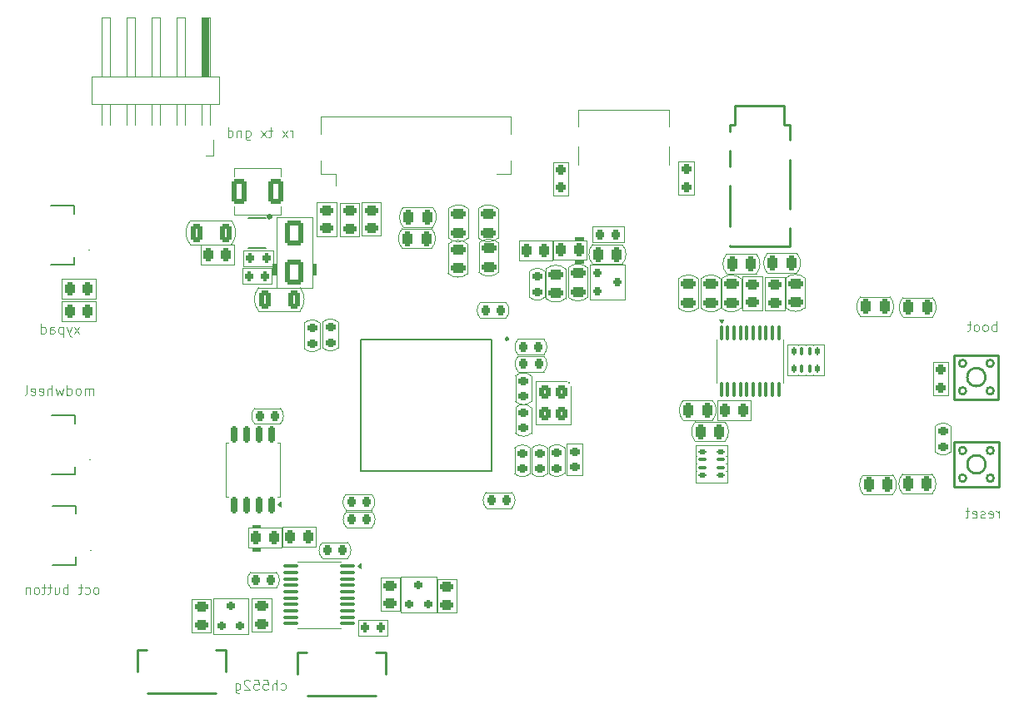
<source format=gbr>
%TF.GenerationSoftware,KiCad,Pcbnew,9.0.0*%
%TF.CreationDate,2025-04-11T20:43:28+08:00*%
%TF.ProjectId,wgr,7767722e-6b69-4636-9164-5f7063625858,rev?*%
%TF.SameCoordinates,Original*%
%TF.FileFunction,Legend,Bot*%
%TF.FilePolarity,Positive*%
%FSLAX46Y46*%
G04 Gerber Fmt 4.6, Leading zero omitted, Abs format (unit mm)*
G04 Created by KiCad (PCBNEW 9.0.0) date 2025-04-11 20:43:28*
%MOMM*%
%LPD*%
G01*
G04 APERTURE LIST*
G04 Aperture macros list*
%AMRoundRect*
0 Rectangle with rounded corners*
0 $1 Rounding radius*
0 $2 $3 $4 $5 $6 $7 $8 $9 X,Y pos of 4 corners*
0 Add a 4 corners polygon primitive as box body*
4,1,4,$2,$3,$4,$5,$6,$7,$8,$9,$2,$3,0*
0 Add four circle primitives for the rounded corners*
1,1,$1+$1,$2,$3*
1,1,$1+$1,$4,$5*
1,1,$1+$1,$6,$7*
1,1,$1+$1,$8,$9*
0 Add four rect primitives between the rounded corners*
20,1,$1+$1,$2,$3,$4,$5,0*
20,1,$1+$1,$4,$5,$6,$7,0*
20,1,$1+$1,$6,$7,$8,$9,0*
20,1,$1+$1,$8,$9,$2,$3,0*%
G04 Aperture macros list end*
%ADD10C,0.100000*%
%ADD11C,0.120000*%
%ADD12C,0.254000*%
%ADD13C,0.200000*%
%ADD14C,0.250000*%
%ADD15C,0.152500*%
%ADD16C,0.300000*%
%ADD17R,0.760000X6.000000*%
%ADD18RoundRect,0.250000X-0.262500X-0.450000X0.262500X-0.450000X0.262500X0.450000X-0.262500X0.450000X0*%
%ADD19RoundRect,0.225000X0.225000X0.250000X-0.225000X0.250000X-0.225000X-0.250000X0.225000X-0.250000X0*%
%ADD20RoundRect,0.225000X-0.225000X-0.250000X0.225000X-0.250000X0.225000X0.250000X-0.225000X0.250000X0*%
%ADD21RoundRect,0.100000X0.637500X0.100000X-0.637500X0.100000X-0.637500X-0.100000X0.637500X-0.100000X0*%
%ADD22RoundRect,0.250000X0.450000X-0.262500X0.450000X0.262500X-0.450000X0.262500X-0.450000X-0.262500X0*%
%ADD23RoundRect,0.200000X-0.200000X-0.275000X0.200000X-0.275000X0.200000X0.275000X-0.200000X0.275000X0*%
%ADD24RoundRect,0.200000X0.200000X-0.250000X0.200000X0.250000X-0.200000X0.250000X-0.200000X-0.250000X0*%
%ADD25RoundRect,0.243750X-0.243750X-0.456250X0.243750X-0.456250X0.243750X0.456250X-0.243750X0.456250X0*%
%ADD26RoundRect,0.243750X0.243750X0.456250X-0.243750X0.456250X-0.243750X-0.456250X0.243750X-0.456250X0*%
%ADD27R,0.600000X1.550000*%
%ADD28R,1.200000X1.800000*%
%ADD29C,3.200000*%
%ADD30O,2.300000X4.000000*%
%ADD31C,1.800000*%
%ADD32R,1.550000X0.600000*%
%ADD33R,1.800000X1.200000*%
%ADD34RoundRect,0.225000X-0.250000X0.225000X-0.250000X-0.225000X0.250000X-0.225000X0.250000X0.225000X0*%
%ADD35RoundRect,0.237500X-0.237500X0.250000X-0.237500X-0.250000X0.237500X-0.250000X0.237500X0.250000X0*%
%ADD36RoundRect,0.225000X0.250000X-0.225000X0.250000X0.225000X-0.250000X0.225000X-0.250000X-0.225000X0*%
%ADD37RoundRect,0.250000X-0.250000X-0.475000X0.250000X-0.475000X0.250000X0.475000X-0.250000X0.475000X0*%
%ADD38RoundRect,0.250000X0.250000X0.475000X-0.250000X0.475000X-0.250000X-0.475000X0.250000X-0.475000X0*%
%ADD39RoundRect,0.250000X-0.475000X0.250000X-0.475000X-0.250000X0.475000X-0.250000X0.475000X0.250000X0*%
%ADD40RoundRect,0.250000X-0.450000X0.262500X-0.450000X-0.262500X0.450000X-0.262500X0.450000X0.262500X0*%
%ADD41RoundRect,0.250000X0.262500X0.450000X-0.262500X0.450000X-0.262500X-0.450000X0.262500X-0.450000X0*%
%ADD42RoundRect,0.250000X0.475000X-0.250000X0.475000X0.250000X-0.475000X0.250000X-0.475000X-0.250000X0*%
%ADD43R,0.300000X1.300000*%
%ADD44R,1.800000X2.200000*%
%ADD45RoundRect,0.250000X0.325000X0.650000X-0.325000X0.650000X-0.325000X-0.650000X0.325000X-0.650000X0*%
%ADD46RoundRect,0.125000X0.275000X0.125000X-0.275000X0.125000X-0.275000X-0.125000X0.275000X-0.125000X0*%
%ADD47RoundRect,0.100000X0.300000X0.100000X-0.300000X0.100000X-0.300000X-0.100000X0.300000X-0.100000X0*%
%ADD48RoundRect,0.162500X0.162500X-0.650000X0.162500X0.650000X-0.162500X0.650000X-0.162500X-0.650000X0*%
%ADD49R,1.000000X2.500000*%
%ADD50C,0.650000*%
%ADD51R,0.600000X1.240000*%
%ADD52R,0.300000X1.240000*%
%ADD53O,1.000000X1.800000*%
%ADD54O,1.000000X2.100000*%
%ADD55R,3.000000X1.500000*%
%ADD56RoundRect,0.125000X0.125000X-0.275000X0.125000X0.275000X-0.125000X0.275000X-0.125000X-0.275000X0*%
%ADD57RoundRect,0.100000X0.100000X-0.300000X0.100000X0.300000X-0.100000X0.300000X-0.100000X-0.300000X0*%
%ADD58R,0.900000X1.400000*%
%ADD59RoundRect,0.250001X-0.499999X-0.999999X0.499999X-0.999999X0.499999X0.999999X-0.499999X0.999999X0*%
%ADD60RoundRect,0.200000X-0.250000X-0.200000X0.250000X-0.200000X0.250000X0.200000X-0.250000X0.200000X0*%
%ADD61R,1.475000X0.300000*%
%ADD62R,0.300000X1.475000*%
%ADD63RoundRect,0.250000X0.650000X-1.000000X0.650000X1.000000X-0.650000X1.000000X-0.650000X-1.000000X0*%
%ADD64RoundRect,0.100000X-0.100000X0.637500X-0.100000X-0.637500X0.100000X-0.637500X0.100000X0.637500X0*%
%ADD65RoundRect,0.218750X0.256250X-0.218750X0.256250X0.218750X-0.256250X0.218750X-0.256250X-0.218750X0*%
%ADD66RoundRect,0.250000X-0.350000X0.450000X-0.350000X-0.450000X0.350000X-0.450000X0.350000X0.450000X0*%
%ADD67RoundRect,0.200000X0.200000X0.275000X-0.200000X0.275000X-0.200000X-0.275000X0.200000X-0.275000X0*%
%ADD68R,1.072000X0.532000*%
%ADD69RoundRect,0.218750X-0.218750X-0.256250X0.218750X-0.256250X0.218750X0.256250X-0.218750X0.256250X0*%
G04 APERTURE END LIST*
D10*
X157803258Y-32622419D02*
X157898496Y-32574800D01*
X157898496Y-32574800D02*
X157946115Y-32527180D01*
X157946115Y-32527180D02*
X157993734Y-32431942D01*
X157993734Y-32431942D02*
X157993734Y-32146228D01*
X157993734Y-32146228D02*
X157946115Y-32050990D01*
X157946115Y-32050990D02*
X157898496Y-32003371D01*
X157898496Y-32003371D02*
X157803258Y-31955752D01*
X157803258Y-31955752D02*
X157660401Y-31955752D01*
X157660401Y-31955752D02*
X157565163Y-32003371D01*
X157565163Y-32003371D02*
X157517544Y-32050990D01*
X157517544Y-32050990D02*
X157469925Y-32146228D01*
X157469925Y-32146228D02*
X157469925Y-32431942D01*
X157469925Y-32431942D02*
X157517544Y-32527180D01*
X157517544Y-32527180D02*
X157565163Y-32574800D01*
X157565163Y-32574800D02*
X157660401Y-32622419D01*
X157660401Y-32622419D02*
X157803258Y-32622419D01*
X156612782Y-32574800D02*
X156708020Y-32622419D01*
X156708020Y-32622419D02*
X156898496Y-32622419D01*
X156898496Y-32622419D02*
X156993734Y-32574800D01*
X156993734Y-32574800D02*
X157041353Y-32527180D01*
X157041353Y-32527180D02*
X157088972Y-32431942D01*
X157088972Y-32431942D02*
X157088972Y-32146228D01*
X157088972Y-32146228D02*
X157041353Y-32050990D01*
X157041353Y-32050990D02*
X156993734Y-32003371D01*
X156993734Y-32003371D02*
X156898496Y-31955752D01*
X156898496Y-31955752D02*
X156708020Y-31955752D01*
X156708020Y-31955752D02*
X156612782Y-32003371D01*
X156327067Y-31955752D02*
X155946115Y-31955752D01*
X156184210Y-31622419D02*
X156184210Y-32479561D01*
X156184210Y-32479561D02*
X156136591Y-32574800D01*
X156136591Y-32574800D02*
X156041353Y-32622419D01*
X156041353Y-32622419D02*
X155946115Y-32622419D01*
X154850876Y-32622419D02*
X154850876Y-31622419D01*
X154850876Y-32003371D02*
X154755638Y-31955752D01*
X154755638Y-31955752D02*
X154565162Y-31955752D01*
X154565162Y-31955752D02*
X154469924Y-32003371D01*
X154469924Y-32003371D02*
X154422305Y-32050990D01*
X154422305Y-32050990D02*
X154374686Y-32146228D01*
X154374686Y-32146228D02*
X154374686Y-32431942D01*
X154374686Y-32431942D02*
X154422305Y-32527180D01*
X154422305Y-32527180D02*
X154469924Y-32574800D01*
X154469924Y-32574800D02*
X154565162Y-32622419D01*
X154565162Y-32622419D02*
X154755638Y-32622419D01*
X154755638Y-32622419D02*
X154850876Y-32574800D01*
X153517543Y-31955752D02*
X153517543Y-32622419D01*
X153946114Y-31955752D02*
X153946114Y-32479561D01*
X153946114Y-32479561D02*
X153898495Y-32574800D01*
X153898495Y-32574800D02*
X153803257Y-32622419D01*
X153803257Y-32622419D02*
X153660400Y-32622419D01*
X153660400Y-32622419D02*
X153565162Y-32574800D01*
X153565162Y-32574800D02*
X153517543Y-32527180D01*
X153184209Y-31955752D02*
X152803257Y-31955752D01*
X153041352Y-31622419D02*
X153041352Y-32479561D01*
X153041352Y-32479561D02*
X152993733Y-32574800D01*
X152993733Y-32574800D02*
X152898495Y-32622419D01*
X152898495Y-32622419D02*
X152803257Y-32622419D01*
X152612780Y-31955752D02*
X152231828Y-31955752D01*
X152469923Y-31622419D02*
X152469923Y-32479561D01*
X152469923Y-32479561D02*
X152422304Y-32574800D01*
X152422304Y-32574800D02*
X152327066Y-32622419D01*
X152327066Y-32622419D02*
X152231828Y-32622419D01*
X151755637Y-32622419D02*
X151850875Y-32574800D01*
X151850875Y-32574800D02*
X151898494Y-32527180D01*
X151898494Y-32527180D02*
X151946113Y-32431942D01*
X151946113Y-32431942D02*
X151946113Y-32146228D01*
X151946113Y-32146228D02*
X151898494Y-32050990D01*
X151898494Y-32050990D02*
X151850875Y-32003371D01*
X151850875Y-32003371D02*
X151755637Y-31955752D01*
X151755637Y-31955752D02*
X151612780Y-31955752D01*
X151612780Y-31955752D02*
X151517542Y-32003371D01*
X151517542Y-32003371D02*
X151469923Y-32050990D01*
X151469923Y-32050990D02*
X151422304Y-32146228D01*
X151422304Y-32146228D02*
X151422304Y-32431942D01*
X151422304Y-32431942D02*
X151469923Y-32527180D01*
X151469923Y-32527180D02*
X151517542Y-32574800D01*
X151517542Y-32574800D02*
X151612780Y-32622419D01*
X151612780Y-32622419D02*
X151755637Y-32622419D01*
X150993732Y-31955752D02*
X150993732Y-32622419D01*
X150993732Y-32050990D02*
X150946113Y-32003371D01*
X150946113Y-32003371D02*
X150850875Y-31955752D01*
X150850875Y-31955752D02*
X150708018Y-31955752D01*
X150708018Y-31955752D02*
X150612780Y-32003371D01*
X150612780Y-32003371D02*
X150565161Y-32098609D01*
X150565161Y-32098609D02*
X150565161Y-32622419D01*
X156041353Y-6122419D02*
X155517544Y-5455752D01*
X156041353Y-5455752D02*
X155517544Y-6122419D01*
X155231829Y-5455752D02*
X154993734Y-6122419D01*
X154755639Y-5455752D02*
X154993734Y-6122419D01*
X154993734Y-6122419D02*
X155088972Y-6360514D01*
X155088972Y-6360514D02*
X155136591Y-6408133D01*
X155136591Y-6408133D02*
X155231829Y-6455752D01*
X154374686Y-5455752D02*
X154374686Y-6455752D01*
X154374686Y-5503371D02*
X154279448Y-5455752D01*
X154279448Y-5455752D02*
X154088972Y-5455752D01*
X154088972Y-5455752D02*
X153993734Y-5503371D01*
X153993734Y-5503371D02*
X153946115Y-5550990D01*
X153946115Y-5550990D02*
X153898496Y-5646228D01*
X153898496Y-5646228D02*
X153898496Y-5931942D01*
X153898496Y-5931942D02*
X153946115Y-6027180D01*
X153946115Y-6027180D02*
X153993734Y-6074800D01*
X153993734Y-6074800D02*
X154088972Y-6122419D01*
X154088972Y-6122419D02*
X154279448Y-6122419D01*
X154279448Y-6122419D02*
X154374686Y-6074800D01*
X153041353Y-6122419D02*
X153041353Y-5598609D01*
X153041353Y-5598609D02*
X153088972Y-5503371D01*
X153088972Y-5503371D02*
X153184210Y-5455752D01*
X153184210Y-5455752D02*
X153374686Y-5455752D01*
X153374686Y-5455752D02*
X153469924Y-5503371D01*
X153041353Y-6074800D02*
X153136591Y-6122419D01*
X153136591Y-6122419D02*
X153374686Y-6122419D01*
X153374686Y-6122419D02*
X153469924Y-6074800D01*
X153469924Y-6074800D02*
X153517543Y-5979561D01*
X153517543Y-5979561D02*
X153517543Y-5884323D01*
X153517543Y-5884323D02*
X153469924Y-5789085D01*
X153469924Y-5789085D02*
X153374686Y-5741466D01*
X153374686Y-5741466D02*
X153136591Y-5741466D01*
X153136591Y-5741466D02*
X153041353Y-5693847D01*
X152136591Y-6122419D02*
X152136591Y-5122419D01*
X152136591Y-6074800D02*
X152231829Y-6122419D01*
X152231829Y-6122419D02*
X152422305Y-6122419D01*
X152422305Y-6122419D02*
X152517543Y-6074800D01*
X152517543Y-6074800D02*
X152565162Y-6027180D01*
X152565162Y-6027180D02*
X152612781Y-5931942D01*
X152612781Y-5931942D02*
X152612781Y-5646228D01*
X152612781Y-5646228D02*
X152565162Y-5550990D01*
X152565162Y-5550990D02*
X152517543Y-5503371D01*
X152517543Y-5503371D02*
X152422305Y-5455752D01*
X152422305Y-5455752D02*
X152231829Y-5455752D01*
X152231829Y-5455752D02*
X152136591Y-5503371D01*
X249196115Y-5872419D02*
X249196115Y-4872419D01*
X249196115Y-5253371D02*
X249100877Y-5205752D01*
X249100877Y-5205752D02*
X248910401Y-5205752D01*
X248910401Y-5205752D02*
X248815163Y-5253371D01*
X248815163Y-5253371D02*
X248767544Y-5300990D01*
X248767544Y-5300990D02*
X248719925Y-5396228D01*
X248719925Y-5396228D02*
X248719925Y-5681942D01*
X248719925Y-5681942D02*
X248767544Y-5777180D01*
X248767544Y-5777180D02*
X248815163Y-5824800D01*
X248815163Y-5824800D02*
X248910401Y-5872419D01*
X248910401Y-5872419D02*
X249100877Y-5872419D01*
X249100877Y-5872419D02*
X249196115Y-5824800D01*
X248148496Y-5872419D02*
X248243734Y-5824800D01*
X248243734Y-5824800D02*
X248291353Y-5777180D01*
X248291353Y-5777180D02*
X248338972Y-5681942D01*
X248338972Y-5681942D02*
X248338972Y-5396228D01*
X248338972Y-5396228D02*
X248291353Y-5300990D01*
X248291353Y-5300990D02*
X248243734Y-5253371D01*
X248243734Y-5253371D02*
X248148496Y-5205752D01*
X248148496Y-5205752D02*
X248005639Y-5205752D01*
X248005639Y-5205752D02*
X247910401Y-5253371D01*
X247910401Y-5253371D02*
X247862782Y-5300990D01*
X247862782Y-5300990D02*
X247815163Y-5396228D01*
X247815163Y-5396228D02*
X247815163Y-5681942D01*
X247815163Y-5681942D02*
X247862782Y-5777180D01*
X247862782Y-5777180D02*
X247910401Y-5824800D01*
X247910401Y-5824800D02*
X248005639Y-5872419D01*
X248005639Y-5872419D02*
X248148496Y-5872419D01*
X247243734Y-5872419D02*
X247338972Y-5824800D01*
X247338972Y-5824800D02*
X247386591Y-5777180D01*
X247386591Y-5777180D02*
X247434210Y-5681942D01*
X247434210Y-5681942D02*
X247434210Y-5396228D01*
X247434210Y-5396228D02*
X247386591Y-5300990D01*
X247386591Y-5300990D02*
X247338972Y-5253371D01*
X247338972Y-5253371D02*
X247243734Y-5205752D01*
X247243734Y-5205752D02*
X247100877Y-5205752D01*
X247100877Y-5205752D02*
X247005639Y-5253371D01*
X247005639Y-5253371D02*
X246958020Y-5300990D01*
X246958020Y-5300990D02*
X246910401Y-5396228D01*
X246910401Y-5396228D02*
X246910401Y-5681942D01*
X246910401Y-5681942D02*
X246958020Y-5777180D01*
X246958020Y-5777180D02*
X247005639Y-5824800D01*
X247005639Y-5824800D02*
X247100877Y-5872419D01*
X247100877Y-5872419D02*
X247243734Y-5872419D01*
X246624686Y-5205752D02*
X246243734Y-5205752D01*
X246481829Y-4872419D02*
X246481829Y-5729561D01*
X246481829Y-5729561D02*
X246434210Y-5824800D01*
X246434210Y-5824800D02*
X246338972Y-5872419D01*
X246338972Y-5872419D02*
X246243734Y-5872419D01*
X177696115Y13877580D02*
X177696115Y14544247D01*
X177696115Y14353771D02*
X177648496Y14449009D01*
X177648496Y14449009D02*
X177600877Y14496628D01*
X177600877Y14496628D02*
X177505639Y14544247D01*
X177505639Y14544247D02*
X177410401Y14544247D01*
X177172305Y13877580D02*
X176648496Y14544247D01*
X177172305Y14544247D02*
X176648496Y13877580D01*
X175648495Y14544247D02*
X175267543Y14544247D01*
X175505638Y14877580D02*
X175505638Y14020438D01*
X175505638Y14020438D02*
X175458019Y13925200D01*
X175458019Y13925200D02*
X175362781Y13877580D01*
X175362781Y13877580D02*
X175267543Y13877580D01*
X175029447Y13877580D02*
X174505638Y14544247D01*
X175029447Y14544247D02*
X174505638Y13877580D01*
X172934209Y14544247D02*
X172934209Y13734723D01*
X172934209Y13734723D02*
X172981828Y13639485D01*
X172981828Y13639485D02*
X173029447Y13591866D01*
X173029447Y13591866D02*
X173124685Y13544247D01*
X173124685Y13544247D02*
X173267542Y13544247D01*
X173267542Y13544247D02*
X173362780Y13591866D01*
X172934209Y13925200D02*
X173029447Y13877580D01*
X173029447Y13877580D02*
X173219923Y13877580D01*
X173219923Y13877580D02*
X173315161Y13925200D01*
X173315161Y13925200D02*
X173362780Y13972819D01*
X173362780Y13972819D02*
X173410399Y14068057D01*
X173410399Y14068057D02*
X173410399Y14353771D01*
X173410399Y14353771D02*
X173362780Y14449009D01*
X173362780Y14449009D02*
X173315161Y14496628D01*
X173315161Y14496628D02*
X173219923Y14544247D01*
X173219923Y14544247D02*
X173029447Y14544247D01*
X173029447Y14544247D02*
X172934209Y14496628D01*
X172458018Y14544247D02*
X172458018Y13877580D01*
X172458018Y14449009D02*
X172410399Y14496628D01*
X172410399Y14496628D02*
X172315161Y14544247D01*
X172315161Y14544247D02*
X172172304Y14544247D01*
X172172304Y14544247D02*
X172077066Y14496628D01*
X172077066Y14496628D02*
X172029447Y14401390D01*
X172029447Y14401390D02*
X172029447Y13877580D01*
X171124685Y13877580D02*
X171124685Y14877580D01*
X171124685Y13925200D02*
X171219923Y13877580D01*
X171219923Y13877580D02*
X171410399Y13877580D01*
X171410399Y13877580D02*
X171505637Y13925200D01*
X171505637Y13925200D02*
X171553256Y13972819D01*
X171553256Y13972819D02*
X171600875Y14068057D01*
X171600875Y14068057D02*
X171600875Y14353771D01*
X171600875Y14353771D02*
X171553256Y14449009D01*
X171553256Y14449009D02*
X171505637Y14496628D01*
X171505637Y14496628D02*
X171410399Y14544247D01*
X171410399Y14544247D02*
X171219923Y14544247D01*
X171219923Y14544247D02*
X171124685Y14496628D01*
X176517544Y-42324800D02*
X176612782Y-42372419D01*
X176612782Y-42372419D02*
X176803258Y-42372419D01*
X176803258Y-42372419D02*
X176898496Y-42324800D01*
X176898496Y-42324800D02*
X176946115Y-42277180D01*
X176946115Y-42277180D02*
X176993734Y-42181942D01*
X176993734Y-42181942D02*
X176993734Y-41896228D01*
X176993734Y-41896228D02*
X176946115Y-41800990D01*
X176946115Y-41800990D02*
X176898496Y-41753371D01*
X176898496Y-41753371D02*
X176803258Y-41705752D01*
X176803258Y-41705752D02*
X176612782Y-41705752D01*
X176612782Y-41705752D02*
X176517544Y-41753371D01*
X176088972Y-42372419D02*
X176088972Y-41372419D01*
X175660401Y-42372419D02*
X175660401Y-41848609D01*
X175660401Y-41848609D02*
X175708020Y-41753371D01*
X175708020Y-41753371D02*
X175803258Y-41705752D01*
X175803258Y-41705752D02*
X175946115Y-41705752D01*
X175946115Y-41705752D02*
X176041353Y-41753371D01*
X176041353Y-41753371D02*
X176088972Y-41800990D01*
X174708020Y-41372419D02*
X175184210Y-41372419D01*
X175184210Y-41372419D02*
X175231829Y-41848609D01*
X175231829Y-41848609D02*
X175184210Y-41800990D01*
X175184210Y-41800990D02*
X175088972Y-41753371D01*
X175088972Y-41753371D02*
X174850877Y-41753371D01*
X174850877Y-41753371D02*
X174755639Y-41800990D01*
X174755639Y-41800990D02*
X174708020Y-41848609D01*
X174708020Y-41848609D02*
X174660401Y-41943847D01*
X174660401Y-41943847D02*
X174660401Y-42181942D01*
X174660401Y-42181942D02*
X174708020Y-42277180D01*
X174708020Y-42277180D02*
X174755639Y-42324800D01*
X174755639Y-42324800D02*
X174850877Y-42372419D01*
X174850877Y-42372419D02*
X175088972Y-42372419D01*
X175088972Y-42372419D02*
X175184210Y-42324800D01*
X175184210Y-42324800D02*
X175231829Y-42277180D01*
X173755639Y-41372419D02*
X174231829Y-41372419D01*
X174231829Y-41372419D02*
X174279448Y-41848609D01*
X174279448Y-41848609D02*
X174231829Y-41800990D01*
X174231829Y-41800990D02*
X174136591Y-41753371D01*
X174136591Y-41753371D02*
X173898496Y-41753371D01*
X173898496Y-41753371D02*
X173803258Y-41800990D01*
X173803258Y-41800990D02*
X173755639Y-41848609D01*
X173755639Y-41848609D02*
X173708020Y-41943847D01*
X173708020Y-41943847D02*
X173708020Y-42181942D01*
X173708020Y-42181942D02*
X173755639Y-42277180D01*
X173755639Y-42277180D02*
X173803258Y-42324800D01*
X173803258Y-42324800D02*
X173898496Y-42372419D01*
X173898496Y-42372419D02*
X174136591Y-42372419D01*
X174136591Y-42372419D02*
X174231829Y-42324800D01*
X174231829Y-42324800D02*
X174279448Y-42277180D01*
X173327067Y-41467657D02*
X173279448Y-41420038D01*
X173279448Y-41420038D02*
X173184210Y-41372419D01*
X173184210Y-41372419D02*
X172946115Y-41372419D01*
X172946115Y-41372419D02*
X172850877Y-41420038D01*
X172850877Y-41420038D02*
X172803258Y-41467657D01*
X172803258Y-41467657D02*
X172755639Y-41562895D01*
X172755639Y-41562895D02*
X172755639Y-41658133D01*
X172755639Y-41658133D02*
X172803258Y-41800990D01*
X172803258Y-41800990D02*
X173374686Y-42372419D01*
X173374686Y-42372419D02*
X172755639Y-42372419D01*
X171898496Y-41705752D02*
X171898496Y-42515276D01*
X171898496Y-42515276D02*
X171946115Y-42610514D01*
X171946115Y-42610514D02*
X171993734Y-42658133D01*
X171993734Y-42658133D02*
X172088972Y-42705752D01*
X172088972Y-42705752D02*
X172231829Y-42705752D01*
X172231829Y-42705752D02*
X172327067Y-42658133D01*
X171898496Y-42324800D02*
X171993734Y-42372419D01*
X171993734Y-42372419D02*
X172184210Y-42372419D01*
X172184210Y-42372419D02*
X172279448Y-42324800D01*
X172279448Y-42324800D02*
X172327067Y-42277180D01*
X172327067Y-42277180D02*
X172374686Y-42181942D01*
X172374686Y-42181942D02*
X172374686Y-41896228D01*
X172374686Y-41896228D02*
X172327067Y-41800990D01*
X172327067Y-41800990D02*
X172279448Y-41753371D01*
X172279448Y-41753371D02*
X172184210Y-41705752D01*
X172184210Y-41705752D02*
X171993734Y-41705752D01*
X171993734Y-41705752D02*
X171898496Y-41753371D01*
X157446115Y-12372419D02*
X157446115Y-11705752D01*
X157446115Y-11800990D02*
X157398496Y-11753371D01*
X157398496Y-11753371D02*
X157303258Y-11705752D01*
X157303258Y-11705752D02*
X157160401Y-11705752D01*
X157160401Y-11705752D02*
X157065163Y-11753371D01*
X157065163Y-11753371D02*
X157017544Y-11848609D01*
X157017544Y-11848609D02*
X157017544Y-12372419D01*
X157017544Y-11848609D02*
X156969925Y-11753371D01*
X156969925Y-11753371D02*
X156874687Y-11705752D01*
X156874687Y-11705752D02*
X156731830Y-11705752D01*
X156731830Y-11705752D02*
X156636591Y-11753371D01*
X156636591Y-11753371D02*
X156588972Y-11848609D01*
X156588972Y-11848609D02*
X156588972Y-12372419D01*
X155969925Y-12372419D02*
X156065163Y-12324800D01*
X156065163Y-12324800D02*
X156112782Y-12277180D01*
X156112782Y-12277180D02*
X156160401Y-12181942D01*
X156160401Y-12181942D02*
X156160401Y-11896228D01*
X156160401Y-11896228D02*
X156112782Y-11800990D01*
X156112782Y-11800990D02*
X156065163Y-11753371D01*
X156065163Y-11753371D02*
X155969925Y-11705752D01*
X155969925Y-11705752D02*
X155827068Y-11705752D01*
X155827068Y-11705752D02*
X155731830Y-11753371D01*
X155731830Y-11753371D02*
X155684211Y-11800990D01*
X155684211Y-11800990D02*
X155636592Y-11896228D01*
X155636592Y-11896228D02*
X155636592Y-12181942D01*
X155636592Y-12181942D02*
X155684211Y-12277180D01*
X155684211Y-12277180D02*
X155731830Y-12324800D01*
X155731830Y-12324800D02*
X155827068Y-12372419D01*
X155827068Y-12372419D02*
X155969925Y-12372419D01*
X154779449Y-12372419D02*
X154779449Y-11372419D01*
X154779449Y-12324800D02*
X154874687Y-12372419D01*
X154874687Y-12372419D02*
X155065163Y-12372419D01*
X155065163Y-12372419D02*
X155160401Y-12324800D01*
X155160401Y-12324800D02*
X155208020Y-12277180D01*
X155208020Y-12277180D02*
X155255639Y-12181942D01*
X155255639Y-12181942D02*
X155255639Y-11896228D01*
X155255639Y-11896228D02*
X155208020Y-11800990D01*
X155208020Y-11800990D02*
X155160401Y-11753371D01*
X155160401Y-11753371D02*
X155065163Y-11705752D01*
X155065163Y-11705752D02*
X154874687Y-11705752D01*
X154874687Y-11705752D02*
X154779449Y-11753371D01*
X154398496Y-11705752D02*
X154208020Y-12372419D01*
X154208020Y-12372419D02*
X154017544Y-11896228D01*
X154017544Y-11896228D02*
X153827068Y-12372419D01*
X153827068Y-12372419D02*
X153636592Y-11705752D01*
X153255639Y-12372419D02*
X153255639Y-11372419D01*
X152827068Y-12372419D02*
X152827068Y-11848609D01*
X152827068Y-11848609D02*
X152874687Y-11753371D01*
X152874687Y-11753371D02*
X152969925Y-11705752D01*
X152969925Y-11705752D02*
X153112782Y-11705752D01*
X153112782Y-11705752D02*
X153208020Y-11753371D01*
X153208020Y-11753371D02*
X153255639Y-11800990D01*
X151969925Y-12324800D02*
X152065163Y-12372419D01*
X152065163Y-12372419D02*
X152255639Y-12372419D01*
X152255639Y-12372419D02*
X152350877Y-12324800D01*
X152350877Y-12324800D02*
X152398496Y-12229561D01*
X152398496Y-12229561D02*
X152398496Y-11848609D01*
X152398496Y-11848609D02*
X152350877Y-11753371D01*
X152350877Y-11753371D02*
X152255639Y-11705752D01*
X152255639Y-11705752D02*
X152065163Y-11705752D01*
X152065163Y-11705752D02*
X151969925Y-11753371D01*
X151969925Y-11753371D02*
X151922306Y-11848609D01*
X151922306Y-11848609D02*
X151922306Y-11943847D01*
X151922306Y-11943847D02*
X152398496Y-12039085D01*
X151112782Y-12324800D02*
X151208020Y-12372419D01*
X151208020Y-12372419D02*
X151398496Y-12372419D01*
X151398496Y-12372419D02*
X151493734Y-12324800D01*
X151493734Y-12324800D02*
X151541353Y-12229561D01*
X151541353Y-12229561D02*
X151541353Y-11848609D01*
X151541353Y-11848609D02*
X151493734Y-11753371D01*
X151493734Y-11753371D02*
X151398496Y-11705752D01*
X151398496Y-11705752D02*
X151208020Y-11705752D01*
X151208020Y-11705752D02*
X151112782Y-11753371D01*
X151112782Y-11753371D02*
X151065163Y-11848609D01*
X151065163Y-11848609D02*
X151065163Y-11943847D01*
X151065163Y-11943847D02*
X151541353Y-12039085D01*
X150493734Y-12372419D02*
X150588972Y-12324800D01*
X150588972Y-12324800D02*
X150636591Y-12229561D01*
X150636591Y-12229561D02*
X150636591Y-11372419D01*
X249446115Y-24872419D02*
X249446115Y-24205752D01*
X249446115Y-24396228D02*
X249398496Y-24300990D01*
X249398496Y-24300990D02*
X249350877Y-24253371D01*
X249350877Y-24253371D02*
X249255639Y-24205752D01*
X249255639Y-24205752D02*
X249160401Y-24205752D01*
X248446115Y-24824800D02*
X248541353Y-24872419D01*
X248541353Y-24872419D02*
X248731829Y-24872419D01*
X248731829Y-24872419D02*
X248827067Y-24824800D01*
X248827067Y-24824800D02*
X248874686Y-24729561D01*
X248874686Y-24729561D02*
X248874686Y-24348609D01*
X248874686Y-24348609D02*
X248827067Y-24253371D01*
X248827067Y-24253371D02*
X248731829Y-24205752D01*
X248731829Y-24205752D02*
X248541353Y-24205752D01*
X248541353Y-24205752D02*
X248446115Y-24253371D01*
X248446115Y-24253371D02*
X248398496Y-24348609D01*
X248398496Y-24348609D02*
X248398496Y-24443847D01*
X248398496Y-24443847D02*
X248874686Y-24539085D01*
X248017543Y-24824800D02*
X247922305Y-24872419D01*
X247922305Y-24872419D02*
X247731829Y-24872419D01*
X247731829Y-24872419D02*
X247636591Y-24824800D01*
X247636591Y-24824800D02*
X247588972Y-24729561D01*
X247588972Y-24729561D02*
X247588972Y-24681942D01*
X247588972Y-24681942D02*
X247636591Y-24586704D01*
X247636591Y-24586704D02*
X247731829Y-24539085D01*
X247731829Y-24539085D02*
X247874686Y-24539085D01*
X247874686Y-24539085D02*
X247969924Y-24491466D01*
X247969924Y-24491466D02*
X248017543Y-24396228D01*
X248017543Y-24396228D02*
X248017543Y-24348609D01*
X248017543Y-24348609D02*
X247969924Y-24253371D01*
X247969924Y-24253371D02*
X247874686Y-24205752D01*
X247874686Y-24205752D02*
X247731829Y-24205752D01*
X247731829Y-24205752D02*
X247636591Y-24253371D01*
X246779448Y-24824800D02*
X246874686Y-24872419D01*
X246874686Y-24872419D02*
X247065162Y-24872419D01*
X247065162Y-24872419D02*
X247160400Y-24824800D01*
X247160400Y-24824800D02*
X247208019Y-24729561D01*
X247208019Y-24729561D02*
X247208019Y-24348609D01*
X247208019Y-24348609D02*
X247160400Y-24253371D01*
X247160400Y-24253371D02*
X247065162Y-24205752D01*
X247065162Y-24205752D02*
X246874686Y-24205752D01*
X246874686Y-24205752D02*
X246779448Y-24253371D01*
X246779448Y-24253371D02*
X246731829Y-24348609D01*
X246731829Y-24348609D02*
X246731829Y-24443847D01*
X246731829Y-24443847D02*
X247208019Y-24539085D01*
X246446114Y-24205752D02*
X246065162Y-24205752D01*
X246303257Y-23872419D02*
X246303257Y-24729561D01*
X246303257Y-24729561D02*
X246255638Y-24824800D01*
X246255638Y-24824800D02*
X246160400Y-24872419D01*
X246160400Y-24872419D02*
X246065162Y-24872419D01*
D11*
%TO.C,R3*%
X224278212Y-14910000D02*
X220878212Y-14910000D01*
X220878212Y-12910000D02*
X224278212Y-12910000D01*
X224278212Y-12910000D02*
X224278212Y-14910000D01*
X220878212Y-14910000D02*
X220878212Y-12910000D01*
%TO.C,C40*%
X183309106Y-28980002D02*
X180709106Y-28980000D01*
X180709106Y-27379998D02*
X183309106Y-27380000D01*
X183309106Y-27380000D02*
G75*
G02*
X183309106Y-28980002I-840224J-800001D01*
G01*
X180709106Y-28980000D02*
G75*
G02*
X180709106Y-27379998I840224J800001D01*
G01*
%TO.C,C41*%
X173440894Y-30399998D02*
X176040894Y-30400000D01*
X176040894Y-32000002D02*
X173440894Y-32000000D01*
X173440894Y-32000000D02*
G75*
G02*
X173440894Y-30399998I840224J800001D01*
G01*
X176040894Y-30400000D02*
G75*
G02*
X176040894Y-32000002I-840224J-800001D01*
G01*
%TO.C,U4*%
X180400000Y-29320000D02*
X182600000Y-29320000D01*
X180400000Y-29320000D02*
X178200000Y-29320000D01*
X180400000Y-36090000D02*
X182600000Y-36090000D01*
X180400000Y-36090000D02*
X178200000Y-36090000D01*
X184590000Y-30020000D02*
X184260000Y-29780000D01*
X184590000Y-29540000D01*
X184590000Y-30020000D01*
G36*
X184590000Y-30020000D02*
G01*
X184260000Y-29780000D01*
X184590000Y-29540000D01*
X184590000Y-30020000D01*
G37*
%TO.C,R29*%
X180080000Y-27810000D02*
X176680000Y-27810000D01*
X176680000Y-25810000D02*
X180080000Y-25810000D01*
X180080000Y-25810000D02*
X180080000Y-27810000D01*
X176680000Y-27810000D02*
X176680000Y-25810000D01*
%TO.C,R28*%
X204080000Y1320000D02*
X200680000Y1320000D01*
X200680000Y3320000D02*
X204080000Y3320000D01*
X204080000Y3320000D02*
X204080000Y1320000D01*
X200680000Y1320000D02*
X200680000Y3320000D01*
%TO.C,R27*%
X194380000Y-31100000D02*
X194380000Y-34500000D01*
X192380000Y-34500000D02*
X192380000Y-31100000D01*
X192380000Y-31100000D02*
X194380000Y-31100000D01*
X194380000Y-34500000D02*
X192380000Y-34500000D01*
%TO.C,R26*%
X188630000Y-30970000D02*
X188630000Y-34370000D01*
X186630000Y-34370000D02*
X186630000Y-30970000D01*
X186630000Y-30970000D02*
X188630000Y-30970000D01*
X188630000Y-34370000D02*
X186630000Y-34370000D01*
%TO.C,R16*%
X184360000Y-35270000D02*
X187360000Y-35270000D01*
X184360000Y-36870000D02*
X184360000Y-35270000D01*
X187360000Y-36870000D02*
X184360000Y-36870000D01*
X187360000Y-35270000D02*
X187360000Y-36870000D01*
%TO.C,Q2*%
X188700000Y-34480000D02*
X188700000Y-30880000D01*
X192300000Y-34480000D02*
X188700000Y-34480000D01*
X188700000Y-30880000D02*
X192300000Y-30880000D01*
X192300000Y-30880000D02*
X192300000Y-34480000D01*
%TO.C,LED2*%
X173200000Y-27900000D02*
X176600000Y-27900000D01*
X176600000Y-25900000D01*
X173200000Y-25900000D01*
X173200000Y-27900000D01*
X173600000Y-28200000D02*
X174400000Y-28200000D01*
X174400000Y-27900000D01*
X173600000Y-27900000D01*
X173600000Y-28200000D01*
G36*
X173600000Y-28200000D02*
G01*
X174400000Y-28200000D01*
X174400000Y-27900000D01*
X173600000Y-27900000D01*
X173600000Y-28200000D01*
G37*
X173600000Y-25900000D02*
X174400000Y-25900000D01*
X174400000Y-25600000D01*
X173600000Y-25600000D01*
X173600000Y-25900000D01*
G36*
X173600000Y-25900000D02*
G01*
X174400000Y-25900000D01*
X174400000Y-25600000D01*
X173600000Y-25600000D01*
X173600000Y-25900000D01*
G37*
%TO.C,LED1*%
X207600000Y3380000D02*
X204200000Y3380000D01*
X204200000Y1380000D01*
X207600000Y1380000D01*
X207600000Y3380000D01*
X207200000Y3680000D02*
X206400000Y3680000D01*
X206400000Y3380000D01*
X207200000Y3380000D01*
X207200000Y3680000D01*
G36*
X207200000Y3680000D02*
G01*
X206400000Y3680000D01*
X206400000Y3380000D01*
X207200000Y3380000D01*
X207200000Y3680000D01*
G37*
X207200000Y1380000D02*
X206400000Y1380000D01*
X206400000Y1080000D01*
X207200000Y1080000D01*
X207200000Y1380000D01*
G36*
X207200000Y1380000D02*
G01*
X206400000Y1380000D01*
X206400000Y1080000D01*
X207200000Y1080000D01*
X207200000Y1380000D01*
G37*
D12*
%TO.C,J5*%
X186155670Y-42977670D02*
X179188670Y-42977670D01*
X187150000Y-38577670D02*
X187150000Y-40777670D01*
X178150000Y-38577670D02*
X178150000Y-40777670D01*
X178150000Y-38577670D02*
X179132000Y-38577670D01*
X187150000Y-38577670D02*
X186170000Y-38577670D01*
D11*
%TO.C,R13*%
X172586499Y514713D02*
X172586499Y-1085287D01*
X172586499Y-1085287D02*
X175586499Y-1085287D01*
X175586499Y514713D02*
X172586499Y514713D01*
X175586499Y-1085287D02*
X175586499Y514713D01*
D13*
%TO.C,J7*%
X153150000Y6887000D02*
X155513000Y6887000D01*
X153150000Y887000D02*
X155513000Y887000D01*
X155513000Y6887000D02*
X155513000Y6087000D01*
X155513000Y887000D02*
X155513000Y1687000D01*
D10*
X156950000Y2387000D02*
X156950000Y2387000D01*
X157050000Y2387000D02*
X157050000Y2387000D01*
X156950000Y2387000D02*
G75*
G02*
X157050000Y2387000I50000J0D01*
G01*
X157050000Y2387000D02*
G75*
G02*
X156950000Y2387000I-50000J0D01*
G01*
D11*
%TO.C,C34*%
X200349693Y-13040018D02*
X200349695Y-10440018D01*
X201949697Y-10440018D02*
X201949695Y-13040018D01*
X200349695Y-10440018D02*
G75*
G02*
X201949697Y-10440018I800001J-840224D01*
G01*
X201949695Y-13040018D02*
G75*
G02*
X200349693Y-13040018I-800001J840224D01*
G01*
%TO.C,R22*%
X242750000Y-9000000D02*
X244350000Y-9000000D01*
X242750000Y-12400000D02*
X242750000Y-9000000D01*
X244350000Y-9000000D02*
X244350000Y-12400000D01*
X244350000Y-12400000D02*
X242750000Y-12400000D01*
%TO.C,C30*%
X203739815Y-20350010D02*
X203739817Y-17750010D01*
X205339819Y-17750010D02*
X205339817Y-20350010D01*
X203739817Y-17750010D02*
G75*
G02*
X205339819Y-17750010I800001J-840224D01*
G01*
X205339817Y-20350010D02*
G75*
G02*
X203739815Y-20350010I-800001J840224D01*
G01*
%TO.C,C17*%
X235682262Y-22500000D02*
X238682262Y-22500000D01*
X238682262Y-20500000D02*
X235682262Y-20500000D01*
X235682262Y-22500000D02*
G75*
G02*
X235682262Y-20500000I1122254J1000000D01*
G01*
X238682262Y-20500000D02*
G75*
G02*
X238682262Y-22500000I-1122254J-1000000D01*
G01*
%TO.C,C36*%
X208190894Y2940000D02*
X211190894Y2940000D01*
X211190894Y940000D02*
X208190894Y940000D01*
X208190894Y940000D02*
G75*
G02*
X208190894Y2940000I1122254J1000000D01*
G01*
X211190894Y2940000D02*
G75*
G02*
X211190894Y940000I-1122254J-1000000D01*
G01*
%TO.C,C38*%
X203440894Y-2550000D02*
X203440894Y450000D01*
X205440894Y450000D02*
X205440894Y-2550000D01*
X203440894Y450000D02*
G75*
G02*
X205440894Y450000I1000000J-1122254D01*
G01*
X205440894Y-2550000D02*
G75*
G02*
X203440894Y-2550000I-1000000J1122254D01*
G01*
%TO.C,C23*%
X185729939Y-24070016D02*
X183129939Y-24070014D01*
X183129939Y-22470012D02*
X185729939Y-22470014D01*
X185729939Y-22470014D02*
G75*
G02*
X185729939Y-24070016I-840224J-800001D01*
G01*
X183129939Y-24070014D02*
G75*
G02*
X183129939Y-22470012I840224J800001D01*
G01*
%TO.C,R12*%
X184687045Y7215382D02*
X184687045Y3815382D01*
X184687045Y3815382D02*
X186687045Y3815382D01*
X186687045Y7215382D02*
X184687045Y7215382D01*
X186687045Y3815382D02*
X186687045Y7215382D01*
%TO.C,R20*%
X168330998Y2911426D02*
X171730998Y2911426D01*
X168330998Y911426D02*
X168330998Y2911426D01*
X171730998Y2911426D02*
X171730998Y911426D01*
X171730998Y911426D02*
X168330998Y911426D01*
%TO.C,R11*%
X182487044Y7135381D02*
X182487044Y3735381D01*
X182487044Y3735381D02*
X184487044Y3735381D01*
X184487044Y7135381D02*
X182487044Y7135381D01*
X184487044Y3735381D02*
X184487044Y7135381D01*
%TO.C,C18*%
X218620000Y-17104470D02*
X221620000Y-17104470D01*
X221620000Y-15104470D02*
X218620000Y-15104470D01*
X218620000Y-17104470D02*
G75*
G02*
X218620000Y-15104470I1122254J1000000D01*
G01*
X221620000Y-15104470D02*
G75*
G02*
X221620000Y-17104470I-1122254J-1000000D01*
G01*
%TO.C,C16*%
X239682262Y-22420000D02*
X242682262Y-22420000D01*
X242682262Y-20420000D02*
X239682262Y-20420000D01*
X239682262Y-22420000D02*
G75*
G02*
X239682262Y-20420000I1122254J1000000D01*
G01*
X242682262Y-20420000D02*
G75*
G02*
X242682262Y-22420000I-1122254J-1000000D01*
G01*
%TO.C,R2*%
X225680000Y-400000D02*
X225680000Y-3800000D01*
X225680000Y-3800000D02*
X227680000Y-3800000D01*
X227680000Y-400000D02*
X225680000Y-400000D01*
X227680000Y-3800000D02*
X227680000Y-400000D01*
%TO.C,R1*%
X223430000Y-330000D02*
X223430000Y-3730000D01*
X223430000Y-3730000D02*
X225430000Y-3730000D01*
X225430000Y-330000D02*
X223430000Y-330000D01*
X225430000Y-3730000D02*
X225430000Y-330000D01*
%TO.C,R21*%
X167426316Y-33125000D02*
X169426316Y-33125000D01*
X167426316Y-36525000D02*
X167426316Y-33125000D01*
X169426316Y-33125000D02*
X169426316Y-36525000D01*
X169426316Y-36525000D02*
X167426316Y-36525000D01*
D13*
%TO.C,J9*%
X153300000Y-23663000D02*
X155663000Y-23663000D01*
X153300000Y-29663000D02*
X155663000Y-29663000D01*
X155663000Y-23663000D02*
X155663000Y-24463000D01*
X155663000Y-29663000D02*
X155663000Y-28863000D01*
D10*
X157100000Y-28163000D02*
X157100000Y-28163000D01*
X157200000Y-28163000D02*
X157200000Y-28163000D01*
X157100000Y-28163000D02*
G75*
G02*
X157200000Y-28163000I50000J0D01*
G01*
X157200000Y-28163000D02*
G75*
G02*
X157100000Y-28163000I-50000J0D01*
G01*
D11*
%TO.C,C9*%
X196574618Y6584363D02*
X196574618Y3584363D01*
X198574618Y3584363D02*
X198574618Y6584363D01*
X196574618Y6584363D02*
G75*
G02*
X198574618Y6584363I1000000J-1122254D01*
G01*
X198574618Y3584363D02*
G75*
G02*
X196574618Y3584363I-1000000J1122254D01*
G01*
%TO.C,LCD1*%
X180600056Y15955382D02*
X180600056Y14215382D01*
X180600056Y11495382D02*
X180600056Y10155382D01*
X180600056Y10155382D02*
X182090056Y10155382D01*
X182090056Y8955382D02*
X182090056Y10155382D01*
X199900056Y15955382D02*
X180600056Y15955382D01*
X199900056Y14215382D02*
X199900056Y15955382D01*
X199900056Y11495382D02*
X199900056Y10155382D01*
X199900056Y10155382D02*
X198410056Y10155382D01*
%TO.C,C6*%
X221810000Y-40894D02*
X224810000Y-40894D01*
X224810000Y1959106D02*
X221810000Y1959106D01*
X221810000Y-40894D02*
G75*
G02*
X221810000Y1959106I1122254J1000000D01*
G01*
X224810000Y1959106D02*
G75*
G02*
X224810000Y-40894I-1122254J-1000000D01*
G01*
%TO.C,R24*%
X216900000Y11370000D02*
X218500000Y11370000D01*
X216900000Y7970000D02*
X216900000Y11370000D01*
X218500000Y11370000D02*
X218500000Y7970000D01*
X218500000Y7970000D02*
X216900000Y7970000D01*
%TO.C,C31*%
X201989815Y-20380006D02*
X201989817Y-17780006D01*
X203589819Y-17780006D02*
X203589817Y-20380006D01*
X201989817Y-17780006D02*
G75*
G02*
X203589819Y-17780006I800001J-840224D01*
G01*
X203589817Y-20380006D02*
G75*
G02*
X201989815Y-20380006I-800001J840224D01*
G01*
%TO.C,C33*%
X200349693Y-16260022D02*
X200349695Y-13660022D01*
X201949697Y-13660022D02*
X201949695Y-16260022D01*
X200349695Y-13660022D02*
G75*
G02*
X201949697Y-13660022I800001J-840224D01*
G01*
X201949695Y-16260022D02*
G75*
G02*
X200349693Y-16260022I-800001J840224D01*
G01*
%TO.C,C19*%
X167294395Y5345287D02*
X171494395Y5345287D01*
X171494395Y2945287D02*
X167294395Y2945287D01*
X167294395Y2945287D02*
G75*
G02*
X167294395Y5345287I1408120J1200000D01*
G01*
X171494395Y5345287D02*
G75*
G02*
X171494395Y2945287I-1474352J-1200000D01*
G01*
%TO.C,RN1*%
X218660000Y-17460000D02*
X221860000Y-17460000D01*
X218660000Y-21260000D02*
X218660000Y-17460000D01*
X218672700Y-18585300D02*
X218787000Y-18585300D01*
X218672700Y-20134700D02*
X218787000Y-20134700D01*
X218787000Y-19360000D02*
X218660000Y-19360000D01*
X221733000Y-19360000D02*
X221860000Y-19360000D01*
X221847300Y-18585300D02*
X221733000Y-18585300D01*
X221847300Y-20134700D02*
X221733000Y-20134700D01*
X221860000Y-17460000D02*
X221860000Y-21260000D01*
X221860000Y-21260000D02*
X218660000Y-21260000D01*
%TO.C,C10*%
X193494619Y2984362D02*
X193494619Y-15638D01*
X195494619Y-15638D02*
X195494619Y2984362D01*
X193494619Y2984362D02*
G75*
G02*
X195494619Y2984362I1000000J-1122254D01*
G01*
X195494619Y-15638D02*
G75*
G02*
X193494619Y-15638I-1000000J1122254D01*
G01*
%TO.C,Q1*%
X169626316Y-33065000D02*
X173226316Y-33065000D01*
X169626316Y-36665000D02*
X169626316Y-33065000D01*
X173226316Y-33065000D02*
X173226316Y-36665000D01*
X173226316Y-36665000D02*
X169626316Y-36665000D01*
%TO.C,C11*%
X193534361Y6585382D02*
X193534361Y3585382D01*
X195534361Y3585382D02*
X195534361Y6585382D01*
X193534361Y6585382D02*
G75*
G02*
X195534361Y6585382I1000000J-1122254D01*
G01*
X195534361Y3585382D02*
G75*
G02*
X193534361Y3585382I-1000000J1122254D01*
G01*
%TO.C,C24*%
X200250008Y-20370061D02*
X200250010Y-17770061D01*
X201850012Y-17770061D02*
X201850010Y-20370061D01*
X200250010Y-17770061D02*
G75*
G02*
X201850012Y-17770061I800001J-840224D01*
G01*
X201850010Y-20370061D02*
G75*
G02*
X200250008Y-20370061I-800001J840224D01*
G01*
%TO.C,U5*%
X170915000Y-17215000D02*
X171185000Y-17215000D01*
X170915000Y-19975000D02*
X170915000Y-17215000D01*
X170915000Y-19975000D02*
X170915000Y-22735000D01*
X170915000Y-22735000D02*
X171185000Y-22735000D01*
X176435000Y-17215000D02*
X176165000Y-17215000D01*
X176435000Y-19975000D02*
X176435000Y-17215000D01*
X176435000Y-19975000D02*
X176435000Y-22735000D01*
X176435000Y-22735000D02*
X176165000Y-22735000D01*
X176495000Y-23740000D02*
X176165000Y-23500000D01*
X176495000Y-23260000D01*
X176495000Y-23740000D01*
G36*
X176495000Y-23740000D02*
G01*
X176165000Y-23500000D01*
X176495000Y-23260000D01*
X176495000Y-23740000D01*
G37*
%TO.C,C29*%
X180739815Y-7570014D02*
X180739817Y-4970014D01*
X182339819Y-4970014D02*
X182339817Y-7570014D01*
X180739817Y-4970014D02*
G75*
G02*
X182339819Y-4970014I800001J-840224D01*
G01*
X182339817Y-7570014D02*
G75*
G02*
X180739815Y-7570014I-800001J840224D01*
G01*
%TO.C,C27*%
X183160183Y-24239976D02*
X185760183Y-24239978D01*
X185760183Y-25839980D02*
X183160183Y-25839978D01*
X183160183Y-25839978D02*
G75*
G02*
X183160183Y-24239976I840224J800001D01*
G01*
X185760183Y-24239978D02*
G75*
G02*
X185760183Y-25839980I-840224J-800001D01*
G01*
%TO.C,C28*%
X200619817Y-6690016D02*
X203219817Y-6690018D01*
X203219817Y-8290020D02*
X200619817Y-8290018D01*
X200619817Y-8290018D02*
G75*
G02*
X200619817Y-6690016I840224J800001D01*
G01*
X203219817Y-6690018D02*
G75*
G02*
X203219817Y-8290020I-840224J-800001D01*
G01*
%TO.C,J3*%
X157310000Y19995000D02*
X157310000Y17255000D01*
X157310000Y17255000D02*
X170250000Y17255000D01*
X158260000Y25995000D02*
X158260000Y19995000D01*
X158260000Y15145000D02*
X158260000Y17255000D01*
X159140000Y25995000D02*
X158260000Y25995000D01*
X159140000Y19995000D02*
X159140000Y25995000D01*
X159140000Y15145000D02*
X159140000Y17255000D01*
X160800000Y25995000D02*
X160800000Y19995000D01*
X160800000Y15145000D02*
X160800000Y17255000D01*
X161680000Y25995000D02*
X160800000Y25995000D01*
X161680000Y19995000D02*
X161680000Y25995000D01*
X161680000Y15145000D02*
X161680000Y17255000D01*
X163340000Y25995000D02*
X163340000Y19995000D01*
X163340000Y15145000D02*
X163340000Y17255000D01*
X164220000Y25995000D02*
X163340000Y25995000D01*
X164220000Y19995000D02*
X164220000Y25995000D01*
X164220000Y15145000D02*
X164220000Y17255000D01*
X165880000Y25995000D02*
X165880000Y19995000D01*
X165880000Y15145000D02*
X165880000Y17255000D01*
X166760000Y25995000D02*
X165880000Y25995000D01*
X166760000Y19995000D02*
X166760000Y25995000D01*
X166760000Y15145000D02*
X166760000Y17255000D01*
X168420000Y25995000D02*
X168420000Y19995000D01*
X168420000Y15145000D02*
X168420000Y17255000D01*
X168860000Y12005000D02*
X169680000Y12005000D01*
X169300000Y25995000D02*
X168420000Y25995000D01*
X169300000Y19995000D02*
X169300000Y25995000D01*
X169300000Y15145000D02*
X169300000Y17255000D01*
X169680000Y12005000D02*
X169680000Y13575000D01*
X170250000Y19995000D02*
X157310000Y19995000D01*
X170250000Y17255000D02*
X170250000Y19995000D01*
%TO.C,C15*%
X239717738Y-4460000D02*
X242717738Y-4460000D01*
X242717738Y-2460000D02*
X239717738Y-2460000D01*
X239717738Y-4460000D02*
G75*
G02*
X239717738Y-2460000I1122254J1000000D01*
G01*
X242717738Y-2460000D02*
G75*
G02*
X242717738Y-4460000I-1122254J-1000000D01*
G01*
%TO.C,C26*%
X178879937Y-7660002D02*
X178879939Y-5060002D01*
X180479941Y-5060002D02*
X180479939Y-7660002D01*
X178879939Y-5060002D02*
G75*
G02*
X180479941Y-5060002I800001J-840224D01*
G01*
X180479939Y-7660002D02*
G75*
G02*
X178879937Y-7660002I-800001J840224D01*
G01*
%TO.C,J1*%
X206765000Y16660000D02*
X206765000Y14955000D01*
X206765000Y11025000D02*
X206765000Y12945000D01*
X215925000Y16660000D02*
X206765000Y16660000D01*
X215925000Y14955000D02*
X215925000Y16660000D01*
X215925000Y12945000D02*
X215925000Y11025000D01*
D12*
%TO.C,PJ1*%
X222112000Y15123000D02*
X222660000Y15123000D01*
X222112000Y14456000D02*
X222112000Y15063000D01*
X222112000Y10856000D02*
X222112000Y12494000D01*
X222112000Y4756000D02*
X222112000Y8894000D01*
X222112000Y2744000D02*
X222112000Y2794000D01*
X222660000Y15123000D02*
X222660000Y17063000D01*
X227660000Y17063000D02*
X222660000Y17063000D01*
X227660000Y15123000D02*
X227660000Y17063000D01*
X228208000Y15123000D02*
X227660000Y15123000D01*
X228208000Y15063000D02*
X228208000Y13556000D01*
X228208000Y11594000D02*
X228208000Y6556000D01*
X228208000Y4594000D02*
X228208000Y2744000D01*
X228208000Y2744000D02*
X222112000Y2744000D01*
D11*
%TO.C,C7*%
X225940894Y30000D02*
X228940894Y30000D01*
X228940894Y2030000D02*
X225940894Y2030000D01*
X225940894Y30000D02*
G75*
G02*
X225940894Y2030000I1122254J1000000D01*
G01*
X228940894Y2030000D02*
G75*
G02*
X228940894Y30000I-1122254J-1000000D01*
G01*
%TO.C,R23*%
X173536316Y-33065000D02*
X175536316Y-33065000D01*
X173536316Y-36465000D02*
X173536316Y-33065000D01*
X175536316Y-33065000D02*
X175536316Y-36465000D01*
X175536316Y-36465000D02*
X173536316Y-36465000D01*
%TO.C,RN2*%
X227942208Y-7210000D02*
X231742208Y-7210000D01*
X227942208Y-10410000D02*
X227942208Y-7210000D01*
X229067508Y-7222700D02*
X229067508Y-7337000D01*
X229067508Y-10397300D02*
X229067508Y-10283000D01*
X229842208Y-7337000D02*
X229842208Y-7210000D01*
X229842208Y-10283000D02*
X229842208Y-10410000D01*
X230616908Y-7222700D02*
X230616908Y-7337000D01*
X230616908Y-10397300D02*
X230616908Y-10283000D01*
X231742208Y-7210000D02*
X231742208Y-10410000D01*
X231742208Y-10410000D02*
X227942208Y-10410000D01*
D12*
%TO.C,SW7*%
X244940000Y-17183000D02*
X244940000Y-21683000D01*
X244940000Y-21683000D02*
X249440000Y-21683000D01*
X249440000Y-17183000D02*
X244940000Y-17183000D01*
X249440000Y-21683000D02*
X249440000Y-17183000D01*
X246150500Y-18033000D02*
G75*
G02*
X245429500Y-18033000I-360500J0D01*
G01*
X245429500Y-18033000D02*
G75*
G02*
X246150500Y-18033000I360500J0D01*
G01*
X246150500Y-20833000D02*
G75*
G02*
X245429500Y-20833000I-360500J0D01*
G01*
X245429500Y-20833000D02*
G75*
G02*
X246150500Y-20833000I360500J0D01*
G01*
X248112000Y-19433000D02*
G75*
G02*
X246268000Y-19433000I-922000J0D01*
G01*
X246268000Y-19433000D02*
G75*
G02*
X248112000Y-19433000I922000J0D01*
G01*
X248950500Y-18033000D02*
G75*
G02*
X248229500Y-18033000I-360500J0D01*
G01*
X248229500Y-18033000D02*
G75*
G02*
X248950500Y-18033000I360500J0D01*
G01*
X248950500Y-20833000D02*
G75*
G02*
X248229500Y-20833000I-360500J0D01*
G01*
X248229500Y-20833000D02*
G75*
G02*
X248950500Y-20833000I360500J0D01*
G01*
D11*
%TO.C,C14*%
X235399526Y-4380000D02*
X238399526Y-4380000D01*
X238399526Y-2380000D02*
X235399526Y-2380000D01*
X235399526Y-4380000D02*
G75*
G02*
X235399526Y-2380000I1122254J1000000D01*
G01*
X238399526Y-2380000D02*
G75*
G02*
X238399526Y-4380000I-1122254J-1000000D01*
G01*
%TO.C,C25*%
X197379939Y-22280004D02*
X199979939Y-22280006D01*
X199979939Y-23880008D02*
X197379939Y-23880006D01*
X197379939Y-23880006D02*
G75*
G02*
X197379939Y-22280004I840224J800001D01*
G01*
X199979939Y-22280006D02*
G75*
G02*
X199979939Y-23880008I-840224J-800001D01*
G01*
%TO.C,L1*%
X171783501Y9840287D02*
X171783501Y10690287D01*
X171783501Y6820287D02*
X171783501Y5970287D01*
X176503501Y10690287D02*
X171783501Y10690287D01*
X176503501Y9840287D02*
X176503501Y10690287D01*
X176503501Y6820287D02*
X176503501Y5970287D01*
X176503501Y5970287D02*
X171783501Y5970287D01*
D12*
%TO.C,J4*%
X161900000Y-38352330D02*
X161900000Y-40552330D01*
X161900000Y-38352330D02*
X162882000Y-38352330D01*
X169905670Y-42752330D02*
X162938670Y-42752330D01*
X170900000Y-38352330D02*
X169920000Y-38352330D01*
X170900000Y-38352330D02*
X170900000Y-40552330D01*
D11*
%TO.C,C32*%
X242989815Y-18160002D02*
X242989817Y-15560002D01*
X244589819Y-15560002D02*
X244589817Y-18160002D01*
X242989817Y-15560002D02*
G75*
G02*
X244589819Y-15560002I800001J-840224D01*
G01*
X244589817Y-18160002D02*
G75*
G02*
X242989815Y-18160002I-800001J840224D01*
G01*
D12*
%TO.C,SW8*%
X244929000Y-8310000D02*
X244929000Y-12810000D01*
X244929000Y-12810000D02*
X249429000Y-12810000D01*
X249429000Y-8310000D02*
X244929000Y-8310000D01*
X249429000Y-12810000D02*
X249429000Y-8310000D01*
X246139500Y-9160000D02*
G75*
G02*
X245418500Y-9160000I-360500J0D01*
G01*
X245418500Y-9160000D02*
G75*
G02*
X246139500Y-9160000I360500J0D01*
G01*
X246139500Y-11960000D02*
G75*
G02*
X245418500Y-11960000I-360500J0D01*
G01*
X245418500Y-11960000D02*
G75*
G02*
X246139500Y-11960000I360500J0D01*
G01*
X248101000Y-10560000D02*
G75*
G02*
X246257000Y-10560000I-922000J0D01*
G01*
X246257000Y-10560000D02*
G75*
G02*
X248101000Y-10560000I922000J0D01*
G01*
X248939500Y-9160000D02*
G75*
G02*
X248218500Y-9160000I-360500J0D01*
G01*
X248218500Y-9160000D02*
G75*
G02*
X248939500Y-9160000I360500J0D01*
G01*
X248939500Y-11960000D02*
G75*
G02*
X248218500Y-11960000I-360500J0D01*
G01*
X248218500Y-11960000D02*
G75*
G02*
X248939500Y-11960000I360500J0D01*
G01*
D11*
%TO.C,U3*%
X207895000Y900000D02*
X211495000Y900000D01*
X207895000Y-2700000D02*
X207895000Y900000D01*
X211495000Y900000D02*
X211495000Y-2700000D01*
X211495000Y-2700000D02*
X207895000Y-2700000D01*
%TO.C,R15*%
X180168724Y7200764D02*
X182168724Y7200764D01*
X180168724Y3800764D02*
X180168724Y7200764D01*
X182168724Y7200764D02*
X182168724Y3800764D01*
X182168724Y3800764D02*
X180168724Y3800764D01*
%TO.C,C4*%
X217370000Y-14940894D02*
X220370000Y-14940894D01*
X220370000Y-12940894D02*
X217370000Y-12940894D01*
X217370000Y-14940894D02*
G75*
G02*
X217370000Y-12940894I1122254J1000000D01*
G01*
X220370000Y-12940894D02*
G75*
G02*
X220370000Y-14940894I-1122254J-1000000D01*
G01*
%TO.C,C20*%
X174252607Y-1444713D02*
X178452607Y-1444713D01*
X178452607Y-3844713D02*
X174252607Y-3844713D01*
X174252607Y-3844713D02*
G75*
G02*
X174252607Y-1444713I1408120J1200000D01*
G01*
X178452607Y-1444713D02*
G75*
G02*
X178452607Y-3844713I-1474352J-1200000D01*
G01*
%TO.C,C35*%
X173849695Y-13720012D02*
X176449695Y-13720014D01*
X176449695Y-15320016D02*
X173849695Y-15320014D01*
X173849695Y-15320014D02*
G75*
G02*
X173849695Y-13720012I840224J800001D01*
G01*
X176449695Y-13720014D02*
G75*
G02*
X176449695Y-15320016I-840224J-800001D01*
G01*
%TO.C,C8*%
X196634362Y3095381D02*
X196634362Y95381D01*
X198634362Y95381D02*
X198634362Y3095381D01*
X196634362Y3095381D02*
G75*
G02*
X198634362Y3095381I1000000J-1122254D01*
G01*
X198634362Y95381D02*
G75*
G02*
X196634362Y95381I-1000000J1122254D01*
G01*
%TO.C,C22*%
X196770061Y-2959980D02*
X199370061Y-2959982D01*
X199370061Y-4559984D02*
X196770061Y-4559982D01*
X196770061Y-4559982D02*
G75*
G02*
X196770061Y-2959980I840224J800001D01*
G01*
X199370061Y-2959982D02*
G75*
G02*
X199370061Y-4559984I-840224J-800001D01*
G01*
%TO.C,R18*%
X154260000Y-580000D02*
X157660000Y-580000D01*
X154260000Y-2580000D02*
X154260000Y-580000D01*
X157660000Y-580000D02*
X157660000Y-2580000D01*
X157660000Y-2580000D02*
X154260000Y-2580000D01*
D13*
%TO.C,J8*%
X153240000Y-14447000D02*
X155603000Y-14447000D01*
X153240000Y-20447000D02*
X155603000Y-20447000D01*
X155603000Y-14447000D02*
X155603000Y-15247000D01*
X155603000Y-20447000D02*
X155603000Y-19647000D01*
D10*
X157040000Y-18947000D02*
X157040000Y-18947000D01*
X157140000Y-18947000D02*
X157140000Y-18947000D01*
X157040000Y-18947000D02*
G75*
G02*
X157140000Y-18947000I50000J0D01*
G01*
X157140000Y-18947000D02*
G75*
G02*
X157040000Y-18947000I-50000J0D01*
G01*
D13*
%TO.C,IC1*%
X184600000Y-6770000D02*
X184600000Y-20070000D01*
X184600000Y-20070000D02*
X197900000Y-20070000D01*
X197900000Y-6770000D02*
X184600000Y-6770000D01*
X197900000Y-20070000D02*
X197900000Y-6770000D01*
D14*
X199600000Y-6670000D02*
G75*
G02*
X199350000Y-6670000I-125000J0D01*
G01*
X199350000Y-6670000D02*
G75*
G02*
X199600000Y-6670000I125000J0D01*
G01*
D11*
%TO.C,R25*%
X204150000Y11340000D02*
X205750000Y11340000D01*
X204150000Y7940000D02*
X204150000Y11340000D01*
X205750000Y11340000D02*
X205750000Y7940000D01*
X205750000Y7940000D02*
X204150000Y7940000D01*
%TO.C,C3*%
X219200000Y-540894D02*
X219200000Y-3540894D01*
X221200000Y-3540894D02*
X221200000Y-540894D01*
X219200000Y-540894D02*
G75*
G02*
X221200000Y-540894I1000000J-1122254D01*
G01*
X221200000Y-3540894D02*
G75*
G02*
X219200000Y-3540894I-1000000J1122254D01*
G01*
%TO.C,D1*%
X176083501Y5735287D02*
X179683501Y5735287D01*
X176083501Y-1464713D02*
X176083501Y5735287D01*
X179683501Y5735287D02*
X179683501Y-1464713D01*
X179683501Y-1464713D02*
X176083501Y-1464713D01*
D10*
X176083501Y-164713D02*
X175683501Y-164713D01*
X175683501Y935287D01*
X176083501Y935287D01*
X176083501Y-164713D01*
G36*
X176083501Y-164713D02*
G01*
X175683501Y-164713D01*
X175683501Y935287D01*
X176083501Y935287D01*
X176083501Y-164713D01*
G37*
X180083501Y-164713D02*
X179683501Y-164713D01*
X179683501Y935287D01*
X180083501Y935287D01*
X180083501Y-164713D01*
G36*
X180083501Y-164713D02*
G01*
X179683501Y-164713D01*
X179683501Y935287D01*
X180083501Y935287D01*
X180083501Y-164713D01*
G37*
D11*
%TO.C,C12*%
X188834362Y2545382D02*
X191834362Y2545382D01*
X191834362Y4545382D02*
X188834362Y4545382D01*
X188834362Y2545382D02*
G75*
G02*
X188834362Y4545382I1122254J1000000D01*
G01*
X191834362Y4545382D02*
G75*
G02*
X191834362Y2545382I-1122254J-1000000D01*
G01*
%TO.C,C13*%
X188934363Y4715382D02*
X191934363Y4715382D01*
X191934363Y6715382D02*
X188934363Y6715382D01*
X188934363Y4715382D02*
G75*
G02*
X188934363Y6715382I1122254J1000000D01*
G01*
X191934363Y6715382D02*
G75*
G02*
X191934363Y4715382I-1122254J-1000000D01*
G01*
%TO.C,C2*%
X221280000Y-540894D02*
X221280000Y-3540894D01*
X223280000Y-3540894D02*
X223280000Y-540894D01*
X221280000Y-540894D02*
G75*
G02*
X223280000Y-540894I1000000J-1122254D01*
G01*
X223280000Y-3540894D02*
G75*
G02*
X221280000Y-3540894I-1000000J1122254D01*
G01*
%TO.C,C21*%
X200629939Y-8410020D02*
X203229939Y-8410022D01*
X203229939Y-10010024D02*
X200629939Y-10010022D01*
X200629939Y-10010022D02*
G75*
G02*
X200629939Y-8410020I840224J800001D01*
G01*
X203229939Y-8410022D02*
G75*
G02*
X203229939Y-10010024I-840224J-800001D01*
G01*
%TO.C,C39*%
X201759937Y-2410002D02*
X201759939Y189998D01*
X203359941Y189998D02*
X203359939Y-2410002D01*
X201759939Y189998D02*
G75*
G02*
X203359941Y189998I800001J-840224D01*
G01*
X203359939Y-2410002D02*
G75*
G02*
X201759937Y-2410002I-800001J840224D01*
G01*
%TO.C,C37*%
X205690894Y-2430000D02*
X205690894Y570000D01*
X207690894Y570000D02*
X207690894Y-2430000D01*
X205690894Y570000D02*
G75*
G02*
X207690894Y570000I1000000J-1122254D01*
G01*
X207690894Y-2430000D02*
G75*
G02*
X205690894Y-2430000I-1000000J1122254D01*
G01*
%TO.C,C1*%
X216910000Y-540894D02*
X216910000Y-3540894D01*
X218910000Y-3540894D02*
X218910000Y-540894D01*
X216910000Y-540894D02*
G75*
G02*
X218910000Y-540894I1000000J-1122254D01*
G01*
X218910000Y-3540894D02*
G75*
G02*
X216910000Y-3540894I-1000000J1122254D01*
G01*
%TO.C,U1*%
X220790000Y-6720000D02*
X220790000Y-8920000D01*
X220790000Y-11120000D02*
X220790000Y-8920000D01*
X227560000Y-6720000D02*
X227560000Y-8920000D01*
X227560000Y-11120000D02*
X227560000Y-8920000D01*
X221250000Y-5060000D02*
X221010000Y-4730000D01*
X221490000Y-4730000D01*
X221250000Y-5060000D01*
G36*
X221250000Y-5060000D02*
G01*
X221010000Y-4730000D01*
X221490000Y-4730000D01*
X221250000Y-5060000D01*
G37*
%TO.C,L2*%
X205580000Y-17320000D02*
X207180000Y-17320000D01*
X205580000Y-20520000D02*
X205580000Y-17320000D01*
X207180000Y-17320000D02*
X207180000Y-20520000D01*
X207180000Y-20520000D02*
X205580000Y-20520000D01*
%TO.C,X1*%
X202400000Y-10950000D02*
X202400000Y-15350000D01*
X202400000Y-15350000D02*
X206000000Y-15350000D01*
X205500000Y-10950000D02*
X202400000Y-10950000D01*
X206000000Y-15350000D02*
X206000000Y-11450000D01*
D13*
X205863500Y-11150000D02*
G75*
G02*
X205736500Y-11150000I-63500J0D01*
G01*
X205736500Y-11150000D02*
G75*
G02*
X205863500Y-11150000I63500J0D01*
G01*
D11*
%TO.C,R14*%
X172723501Y2345287D02*
X172723501Y745287D01*
X172723501Y745287D02*
X175723501Y745287D01*
X175723501Y2345287D02*
X172723501Y2345287D01*
X175723501Y745287D02*
X175723501Y2345287D01*
%TO.C,C5*%
X227790000Y-490894D02*
X227790000Y-3490894D01*
X229790000Y-3490894D02*
X229790000Y-490894D01*
X227790000Y-490894D02*
G75*
G02*
X229790000Y-490894I1000000J-1122254D01*
G01*
X229790000Y-3490894D02*
G75*
G02*
X227790000Y-3490894I-1000000J1122254D01*
G01*
%TO.C,R19*%
X154260000Y-2860000D02*
X157660000Y-2860000D01*
X154260000Y-4860000D02*
X154260000Y-2860000D01*
X157660000Y-2860000D02*
X157660000Y-4860000D01*
X157660000Y-4860000D02*
X154260000Y-4860000D01*
D15*
%TO.C,U2*%
X173165501Y5639287D02*
X174943501Y5639287D01*
X173165501Y2561287D02*
X174943501Y2561287D01*
D16*
X175506500Y5768787D02*
G75*
G02*
X175205502Y5768787I-150499J0D01*
G01*
X175205502Y5768787D02*
G75*
G02*
X175506500Y5768787I150499J0D01*
G01*
D11*
%TO.C,F1*%
X208150000Y4750000D02*
X211350000Y4750000D01*
X208150000Y3150000D02*
X208150000Y4750000D01*
X211350000Y4750000D02*
X211350000Y3150000D01*
X211350000Y3150000D02*
X208150000Y3150000D01*
%TD*%
D17*
%TO.C,J3*%
X168860000Y22995000D03*
%TD*%
%LPC*%
D18*
%TO.C,R3*%
X221665712Y-13910000D03*
X223490712Y-13910000D03*
%TD*%
D19*
%TO.C,C40*%
X182784106Y-28180000D03*
X181234106Y-28180000D03*
%TD*%
D20*
%TO.C,C41*%
X175515894Y-31200000D03*
X173965894Y-31200000D03*
%TD*%
D21*
%TO.C,U4*%
X177537500Y-30430000D03*
X183262500Y-29780000D03*
X183262500Y-30430000D03*
X183262500Y-31080000D03*
X183262500Y-31730000D03*
X183262500Y-32380000D03*
X183262500Y-33030000D03*
X183262500Y-33680000D03*
X183262500Y-34330000D03*
X183262500Y-34980000D03*
X183262500Y-35630000D03*
X177537500Y-35630000D03*
X177537500Y-34980000D03*
X177537500Y-34330000D03*
X177537500Y-33680000D03*
X177537500Y-33030000D03*
X177537500Y-32380000D03*
X177537500Y-31730000D03*
X177537500Y-31080000D03*
X177537500Y-29780000D03*
%TD*%
D18*
%TO.C,R29*%
X177467500Y-26810000D03*
X179292500Y-26810000D03*
%TD*%
%TO.C,R28*%
X201467500Y2320000D03*
X203292500Y2320000D03*
%TD*%
D22*
%TO.C,R27*%
X193380000Y-33712500D03*
X193380000Y-31887500D03*
%TD*%
%TO.C,R26*%
X187630000Y-33582500D03*
X187630000Y-31757500D03*
%TD*%
D23*
%TO.C,R16*%
X185035000Y-36070000D03*
X186685000Y-36070000D03*
%TD*%
D24*
%TO.C,Q2*%
X191450000Y-33680000D03*
X189550000Y-33680000D03*
X190500000Y-31680000D03*
%TD*%
D25*
%TO.C,LED2*%
X173962500Y-26900000D03*
X175837500Y-26900000D03*
%TD*%
D26*
%TO.C,LED1*%
X206837500Y2380000D03*
X204962500Y2380000D03*
%TD*%
D27*
%TO.C,J5*%
X184650000Y-38100340D03*
X185650000Y-38100340D03*
X183650000Y-38100340D03*
X182650000Y-38100340D03*
X181650000Y-38100340D03*
X180650000Y-38100340D03*
X179650000Y-38100340D03*
D28*
X186950000Y-41975340D03*
X178350000Y-41975340D03*
%TD*%
D29*
%TO.C,H2*%
X246475000Y13575000D03*
%TD*%
D30*
%TO.C,SW9*%
X244675500Y1570000D03*
X233675500Y1570000D03*
D31*
X236635500Y-5930000D03*
X241715500Y-5930000D03*
X239175500Y-5930000D03*
X236635500Y8570000D03*
X241715500Y8570000D03*
%TD*%
D29*
%TO.C,H4*%
X153475000Y-39325000D03*
%TD*%
D30*
%TO.C,SW10*%
X233724500Y-26370000D03*
X244724500Y-26370000D03*
D31*
X241764500Y-18870000D03*
X236684500Y-18870000D03*
X239224500Y-18870000D03*
X241764500Y-33370000D03*
X236684500Y-33370000D03*
%TD*%
D29*
%TO.C,H3*%
X153475000Y13625000D03*
%TD*%
%TO.C,H1*%
X246475000Y-39275000D03*
%TD*%
D23*
%TO.C,R13*%
X173261499Y-285287D03*
X174911499Y-285287D03*
%TD*%
D32*
%TO.C,J7*%
X155837000Y2387000D03*
X155837000Y3387000D03*
X155837000Y4387000D03*
X155837000Y5387000D03*
D33*
X151962000Y1087000D03*
X151962000Y6687000D03*
%TD*%
D34*
%TO.C,C34*%
X201149695Y-10965018D03*
X201149695Y-12515018D03*
%TD*%
D35*
%TO.C,R22*%
X243550000Y-9787500D03*
X243550000Y-11612500D03*
%TD*%
D36*
%TO.C,C30*%
X204539817Y-19825010D03*
X204539817Y-18275010D03*
%TD*%
D37*
%TO.C,C17*%
X236232262Y-21500000D03*
X238132262Y-21500000D03*
%TD*%
D38*
%TO.C,C36*%
X210640894Y1940000D03*
X208740894Y1940000D03*
%TD*%
D39*
%TO.C,C38*%
X204440894Y-100000D03*
X204440894Y-2000000D03*
%TD*%
D19*
%TO.C,C23*%
X185204939Y-23270014D03*
X183654939Y-23270014D03*
%TD*%
D40*
%TO.C,R12*%
X185687045Y6427882D03*
X185687045Y4602882D03*
%TD*%
D41*
%TO.C,R20*%
X170943498Y1911426D03*
X169118498Y1911426D03*
%TD*%
D40*
%TO.C,R11*%
X183487044Y6347881D03*
X183487044Y4522881D03*
%TD*%
D38*
%TO.C,C18*%
X221070000Y-16104470D03*
X219170000Y-16104470D03*
%TD*%
%TO.C,C16*%
X242132262Y-21420000D03*
X240232262Y-21420000D03*
%TD*%
D22*
%TO.C,R2*%
X226680000Y-3012500D03*
X226680000Y-1187500D03*
%TD*%
%TO.C,R1*%
X224430000Y-2942500D03*
X224430000Y-1117500D03*
%TD*%
%TO.C,R21*%
X168426316Y-35737500D03*
X168426316Y-33912500D03*
%TD*%
D32*
%TO.C,J9*%
X155987000Y-28163000D03*
X155987000Y-27163000D03*
X155987000Y-26163000D03*
X155987000Y-25163000D03*
D33*
X152112000Y-29463000D03*
X152112000Y-23863000D03*
%TD*%
D42*
%TO.C,C9*%
X197574618Y4134364D03*
X197574618Y6034362D03*
%TD*%
D43*
%TO.C,LCD1*%
X198000056Y9605382D03*
X197500056Y9605382D03*
X197000056Y9605382D03*
X196500056Y9605382D03*
X196000056Y9605382D03*
X195500056Y9605382D03*
X195000056Y9605382D03*
X194500056Y9605382D03*
X194000056Y9605382D03*
X193500056Y9605382D03*
X193000056Y9605382D03*
X192500056Y9605382D03*
X192000056Y9605382D03*
X191500056Y9605382D03*
X191000056Y9605382D03*
X190500056Y9605382D03*
X190000056Y9605382D03*
X189500056Y9605382D03*
X189000056Y9605382D03*
X188500056Y9605382D03*
X188000056Y9605382D03*
X187500056Y9605382D03*
X187000056Y9605382D03*
X186500056Y9605382D03*
X186000056Y9605382D03*
X185500056Y9605382D03*
X185000056Y9605382D03*
X184500056Y9605382D03*
X184000056Y9605382D03*
X183500056Y9605382D03*
X183000056Y9605382D03*
X182500056Y9605382D03*
D44*
X180600056Y12855382D03*
X199900056Y12855382D03*
%TD*%
D37*
%TO.C,C6*%
X222360000Y959106D03*
X224260000Y959106D03*
%TD*%
D35*
%TO.C,R24*%
X217700000Y10582500D03*
X217700000Y8757500D03*
%TD*%
D36*
%TO.C,C31*%
X202789817Y-19855006D03*
X202789817Y-18305006D03*
%TD*%
%TO.C,C33*%
X201149695Y-15735022D03*
X201149695Y-14185022D03*
%TD*%
D45*
%TO.C,C19*%
X170869395Y4145287D03*
X167919395Y4145287D03*
%TD*%
D46*
%TO.C,RN1*%
X221160000Y-18160000D03*
D47*
X221160000Y-18960000D03*
X221160000Y-19760000D03*
D46*
X221160000Y-20560000D03*
X219360000Y-20560000D03*
D47*
X219360000Y-19760000D03*
X219360000Y-18960000D03*
D46*
X219360000Y-18160000D03*
%TD*%
D42*
%TO.C,C10*%
X194494619Y534363D03*
X194494619Y2434361D03*
%TD*%
D24*
%TO.C,Q1*%
X172376316Y-35865000D03*
X170476316Y-35865000D03*
X171426316Y-33865000D03*
%TD*%
D42*
%TO.C,C11*%
X194534361Y4135383D03*
X194534361Y6035381D03*
%TD*%
D36*
%TO.C,C24*%
X201050010Y-19845061D03*
X201050010Y-18295061D03*
%TD*%
D48*
%TO.C,U5*%
X175580000Y-23562500D03*
X174310000Y-23562500D03*
X173040000Y-23562500D03*
X171770000Y-23562500D03*
X171770000Y-16387500D03*
X173040000Y-16387500D03*
X174310000Y-16387500D03*
X175580000Y-16387500D03*
%TD*%
D36*
%TO.C,C29*%
X181539817Y-7045014D03*
X181539817Y-5495014D03*
%TD*%
D19*
%TO.C,C27*%
X185235183Y-25039978D03*
X183685183Y-25039978D03*
%TD*%
D20*
%TO.C,C28*%
X201144817Y-7490018D03*
X202694817Y-7490018D03*
%TD*%
D49*
%TO.C,J3*%
X168860000Y13575000D03*
X166320000Y13575000D03*
X163780000Y13575000D03*
X161240000Y13575000D03*
X158700000Y13575000D03*
%TD*%
D38*
%TO.C,C15*%
X242167738Y-3460000D03*
X240267738Y-3460000D03*
%TD*%
D36*
%TO.C,C26*%
X179679939Y-7135002D03*
X179679939Y-5585002D03*
%TD*%
D50*
%TO.C,J1*%
X208455000Y10270000D03*
X214235000Y10270000D03*
D51*
X208145000Y9150000D03*
X208945000Y9150000D03*
D52*
X210095000Y9150000D03*
X211095000Y9150000D03*
X211595000Y9150000D03*
X212595000Y9150000D03*
D51*
X213745000Y9150000D03*
X214545000Y9150000D03*
X214545000Y9150000D03*
X213745000Y9150000D03*
D52*
X213095000Y9150000D03*
X212095000Y9150000D03*
X210595000Y9150000D03*
X209595000Y9150000D03*
D51*
X208945000Y9150000D03*
X208145000Y9150000D03*
D53*
X207025000Y13950000D03*
D54*
X207025000Y9750000D03*
D53*
X215665000Y13950000D03*
D54*
X215665000Y9750000D03*
%TD*%
D55*
%TO.C,PJ1*%
X221660000Y13475000D03*
X221660000Y9875000D03*
X228660000Y5575000D03*
X221660000Y3775000D03*
X228660000Y12575000D03*
%TD*%
D38*
%TO.C,C7*%
X228390894Y1030000D03*
X226490894Y1030000D03*
%TD*%
D22*
%TO.C,R23*%
X174536316Y-35677500D03*
X174536316Y-33852500D03*
%TD*%
D56*
%TO.C,RN2*%
X231042208Y-9710000D03*
D57*
X230242208Y-9710000D03*
X229442208Y-9710000D03*
D56*
X228642208Y-9710000D03*
X228642208Y-7910000D03*
D57*
X229442208Y-7910000D03*
X230242208Y-7910000D03*
D56*
X231042208Y-7910000D03*
%TD*%
D58*
%TO.C,SW7*%
X245690000Y-16033000D03*
X245690000Y-22833000D03*
X248690000Y-16033000D03*
X248690000Y-22833000D03*
%TD*%
D37*
%TO.C,C14*%
X235949526Y-3380000D03*
X237849526Y-3380000D03*
%TD*%
D19*
%TO.C,C25*%
X199454939Y-23080006D03*
X197904939Y-23080006D03*
%TD*%
D59*
%TO.C,L1*%
X172293501Y8330287D03*
X175993501Y8330287D03*
%TD*%
D27*
%TO.C,J4*%
X168400000Y-37875000D03*
X169400000Y-37875000D03*
X167400000Y-37875000D03*
X166400000Y-37875000D03*
X165400000Y-37875000D03*
X164400000Y-37875000D03*
X163400000Y-37875000D03*
D28*
X170700000Y-41750000D03*
X162100000Y-41750000D03*
%TD*%
D34*
%TO.C,C32*%
X243789817Y-16085002D03*
X243789817Y-17635002D03*
%TD*%
D58*
%TO.C,SW8*%
X248679000Y-13960000D03*
X248679000Y-7160000D03*
X245679000Y-13960000D03*
X245679000Y-7160000D03*
%TD*%
D60*
%TO.C,U3*%
X210695000Y-900000D03*
X208695000Y-1850000D03*
X208695000Y50000D03*
%TD*%
D40*
%TO.C,R15*%
X181168724Y6413264D03*
X181168724Y4588264D03*
%TD*%
D38*
%TO.C,C4*%
X219820000Y-13940894D03*
X217920000Y-13940894D03*
%TD*%
D45*
%TO.C,C20*%
X177827607Y-2644713D03*
X174877607Y-2644713D03*
%TD*%
D20*
%TO.C,C35*%
X174374695Y-14520014D03*
X175924695Y-14520014D03*
%TD*%
D42*
%TO.C,C8*%
X197634362Y645382D03*
X197634362Y2545380D03*
%TD*%
D19*
%TO.C,C22*%
X198845061Y-3759982D03*
X197295061Y-3759982D03*
%TD*%
D41*
%TO.C,R18*%
X156872500Y-1580000D03*
X155047500Y-1580000D03*
%TD*%
D32*
%TO.C,J8*%
X155927000Y-18947000D03*
X155927000Y-17947000D03*
X155927000Y-16947000D03*
X155927000Y-15947000D03*
D33*
X152052000Y-20247000D03*
X152052000Y-14647000D03*
%TD*%
D61*
%TO.C,IC1*%
X198988000Y-7420000D03*
X198988000Y-7920000D03*
X198988000Y-8420000D03*
X198988000Y-8920000D03*
X198988000Y-9420000D03*
X198988000Y-9920000D03*
X198988000Y-10420000D03*
X198988000Y-10920000D03*
X198988000Y-11420000D03*
X198988000Y-11920000D03*
X198988000Y-12420000D03*
X198988000Y-12920000D03*
X198988000Y-13420000D03*
X198988000Y-13920000D03*
X198988000Y-14420000D03*
X198988000Y-14920000D03*
X198988000Y-15420000D03*
X198988000Y-15920000D03*
X198988000Y-16420000D03*
X198988000Y-16920000D03*
X198988000Y-17420000D03*
X198988000Y-17920000D03*
X198988000Y-18420000D03*
X198988000Y-18920000D03*
X198988000Y-19420000D03*
D62*
X197250000Y-21158000D03*
X196750000Y-21158000D03*
X196250000Y-21158000D03*
X195750000Y-21158000D03*
X195250000Y-21158000D03*
X194750000Y-21158000D03*
X194250000Y-21158000D03*
X193750000Y-21158000D03*
X193250000Y-21158000D03*
X192750000Y-21158000D03*
X192250000Y-21158000D03*
X191750000Y-21158000D03*
X191250000Y-21158000D03*
X190750000Y-21158000D03*
X190250000Y-21158000D03*
X189750000Y-21158000D03*
X189250000Y-21158000D03*
X188750000Y-21158000D03*
X188250000Y-21158000D03*
X187750000Y-21158000D03*
X187250000Y-21158000D03*
X186750000Y-21158000D03*
X186250000Y-21158000D03*
X185750000Y-21158000D03*
X185250000Y-21158000D03*
D61*
X183512000Y-19420000D03*
X183512000Y-18920000D03*
X183512000Y-18420000D03*
X183512000Y-17920000D03*
X183512000Y-17420000D03*
X183512000Y-16920000D03*
X183512000Y-16420000D03*
X183512000Y-15920000D03*
X183512000Y-15420000D03*
X183512000Y-14920000D03*
X183512000Y-14420000D03*
X183512000Y-13920000D03*
X183512000Y-13420000D03*
X183512000Y-12920000D03*
X183512000Y-12420000D03*
X183512000Y-11920000D03*
X183512000Y-11420000D03*
X183512000Y-10920000D03*
X183512000Y-10420000D03*
X183512000Y-9920000D03*
X183512000Y-9420000D03*
X183512000Y-8920000D03*
X183512000Y-8420000D03*
X183512000Y-7920000D03*
X183512000Y-7420000D03*
D62*
X185250000Y-5682000D03*
X185750000Y-5682000D03*
X186250000Y-5682000D03*
X186750000Y-5682000D03*
X187250000Y-5682000D03*
X187750000Y-5682000D03*
X188250000Y-5682000D03*
X188750000Y-5682000D03*
X189250000Y-5682000D03*
X189750000Y-5682000D03*
X190250000Y-5682000D03*
X190750000Y-5682000D03*
X191250000Y-5682000D03*
X191750000Y-5682000D03*
X192250000Y-5682000D03*
X192750000Y-5682000D03*
X193250000Y-5682000D03*
X193750000Y-5682000D03*
X194250000Y-5682000D03*
X194750000Y-5682000D03*
X195250000Y-5682000D03*
X195750000Y-5682000D03*
X196250000Y-5682000D03*
X196750000Y-5682000D03*
X197250000Y-5682000D03*
%TD*%
D35*
%TO.C,R25*%
X204950000Y10552500D03*
X204950000Y8727500D03*
%TD*%
D39*
%TO.C,C3*%
X220200000Y-1090894D03*
X220200000Y-2990894D03*
%TD*%
D63*
%TO.C,D1*%
X177883501Y135287D03*
X177883501Y4135287D03*
%TD*%
D37*
%TO.C,C12*%
X189384363Y3545382D03*
X191284361Y3545382D03*
%TD*%
%TO.C,C13*%
X189484364Y5715382D03*
X191384362Y5715382D03*
%TD*%
D42*
%TO.C,C2*%
X222280000Y-2990894D03*
X222280000Y-1090894D03*
%TD*%
D19*
%TO.C,C21*%
X202704939Y-9210022D03*
X201154939Y-9210022D03*
%TD*%
D34*
%TO.C,C39*%
X202559939Y-335002D03*
X202559939Y-1885002D03*
%TD*%
D39*
%TO.C,C37*%
X206690894Y20000D03*
X206690894Y-1880000D03*
%TD*%
D42*
%TO.C,C1*%
X217910000Y-2990894D03*
X217910000Y-1090894D03*
%TD*%
D64*
%TO.C,U1*%
X221250000Y-6057500D03*
X221900000Y-6057500D03*
X222550000Y-6057500D03*
X223200000Y-6057500D03*
X223850000Y-6057500D03*
X224500000Y-6057500D03*
X225150000Y-6057500D03*
X225800000Y-6057500D03*
X226450000Y-6057500D03*
X227100000Y-6057500D03*
X227100000Y-11782500D03*
X226450000Y-11782500D03*
X225800000Y-11782500D03*
X225150000Y-11782500D03*
X224500000Y-11782500D03*
X223850000Y-11782500D03*
X223200000Y-11782500D03*
X222550000Y-11782500D03*
X221900000Y-11782500D03*
X221250000Y-11782500D03*
%TD*%
D65*
%TO.C,L2*%
X206380000Y-19707500D03*
X206380000Y-18132500D03*
%TD*%
D66*
%TO.C,X1*%
X205050000Y-12050000D03*
X205050000Y-14250000D03*
X203350000Y-14250000D03*
X203350000Y-12050000D03*
%TD*%
D67*
%TO.C,R14*%
X175048501Y1545287D03*
X173398501Y1545287D03*
%TD*%
D42*
%TO.C,C5*%
X228790000Y-2940894D03*
X228790000Y-1040894D03*
%TD*%
D41*
%TO.C,R19*%
X156872500Y-3860000D03*
X155047500Y-3860000D03*
%TD*%
D68*
%TO.C,U2*%
X175203501Y5050287D03*
X175203501Y4100287D03*
X175203501Y3150287D03*
X172905501Y3150287D03*
X172905501Y4100287D03*
X172905501Y5050287D03*
%TD*%
D69*
%TO.C,F1*%
X210537500Y3950000D03*
X208962500Y3950000D03*
%TD*%
%LPD*%
M02*

</source>
